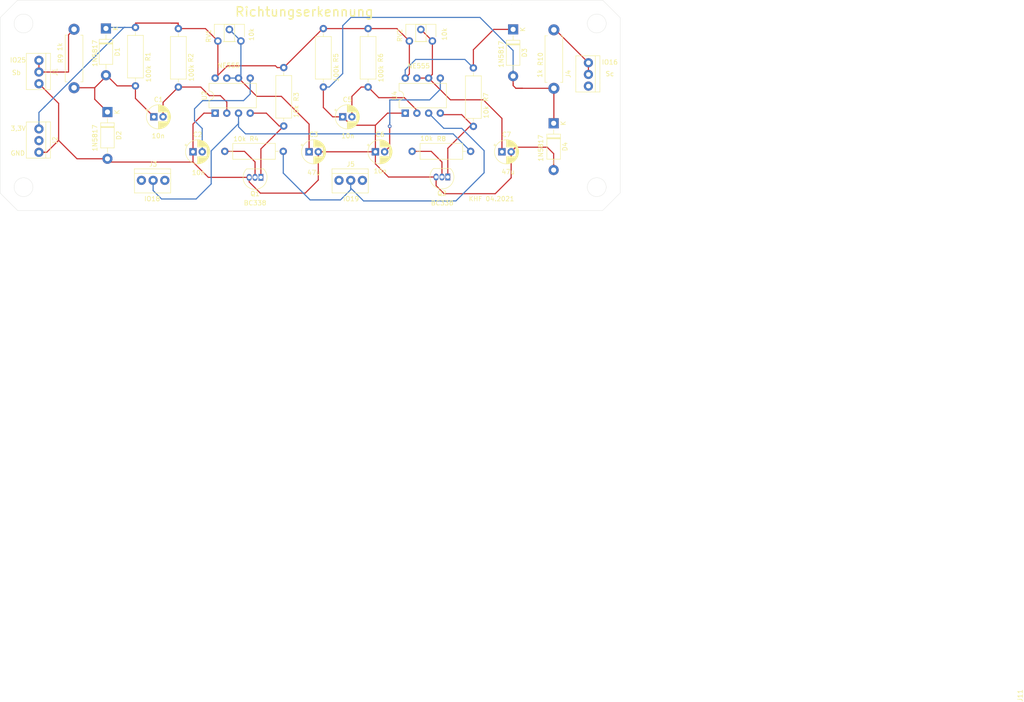
<source format=kicad_pcb>
(kicad_pcb (version 20221018) (generator pcbnew)
  (layers (0 "F.Cu" signal) (31 "B.Cu" signal) (34 "B.Paste" user) (35 "F.Paste" user) (36 "B.SilkS" user "B.Silkscreen") (37 "F.SilkS" user "F.Silkscreen") (38 "B.Mask" user) (39 "F.Mask" user) (44 "Edge.Cuts" user))
  (net 0 "")
  (net 1 "Net-(C1-Pad1)")
  (net 2 "Net-(C1-Pad2)")
  (net 3 "Net-(C2-Pad2)")
  (net 4 "Net-(C3-Pad1)")
  (net 5 "Net-(C5-Pad2)")
  (net 6 "Net-(C6-Pad2)")
  (net 7 "Net-(C7-Pad1)")
  (net 8 "Net-(J2-Pad2)")
  (net 9 "Net-(J3-Pad2)")
  (net 10 "Net-(J3-Pad1)")
  (net 11 "Net-(Q1-Pad1)")
  (net 12 "Net-(Q2-Pad1)")
  (net 13 "Net-(Q1-Pad2)")
  (net 14 "Net-(Q2-Pad2)")
  (net 15 "Net-(C2-Pad1)")
  (net 16 "Net-(J3-Pad3)")
  (net 17 "Net-(J5-Pad3)")
  (net 18 "Net-(J5-Pad2)")
  (net 19 "Net-(J5-Pad1)")
  (net 20 "Net-(D1-Pad1)")
  (net 21 "Net-(J1-Pad1)")
  (net 22 "Net-(J4-Pad1)")
  (footprint "Capacitor_THT:CP_Radial_D5.0mm_P2.00mm" (layer "F.Cu") (at 41 66)
    (fp_text reference "C1" (at 1 -3.75) (layer "F.SilkS"))
    (fp_text value "10nF")
    (pad "1" thru_hole rect (at 0 0) (size 1.6 1.6) (drill 0.8) (layers "*.Cu" "*.Mask") (net 1 "Net-(C1-Pad1)"))
    (pad "2" thru_hole circle (at 2 0) (size 1.6 1.6) (drill 0.8) (layers "*.Cu" "*.Mask") (net 2 "Net-(C1-Pad2)"))
  )
  (footprint "Capacitor_THT:CP_Radial_D5.0mm_P2.00mm" (layer "F.Cu") (at 49.5 73.6)
    (fp_text reference "C2" (at 1 -3.75) (layer "F.SilkS"))
    (fp_text value "10nF")
    (pad "1" thru_hole rect (at 0 0) (size 1.6 1.6) (drill 0.8) (layers "*.Cu" "*.Mask") (net 15 "Net-(C2-Pad1)"))
    (pad "2" thru_hole circle (at 2 0) (size 1.6 1.6) (drill 0.8) (layers "*.Cu" "*.Mask") (net 3 "Net-(C2-Pad2)"))
  )
  (footprint "Capacitor_THT:CP_Radial_D5.0mm_P2.00mm" (layer "F.Cu") (at 74.7 73.6)
    (fp_text reference "C3" (at 1 -3.75) (layer "F.SilkS"))
    (fp_text value "CP")
    (pad "1" thru_hole rect (at 0 0) (size 1.6 1.6) (drill 0.8) (layers "*.Cu" "*.Mask") (net 4 "Net-(C3-Pad1)"))
    (pad "2" thru_hole circle (at 2 0) (size 1.6 1.6) (drill 0.8) (layers "*.Cu" "*.Mask") (net 15 "Net-(C2-Pad1)"))
  )
  (footprint "Capacitor_THT:CP_Radial_D5.0mm_P2.00mm" (layer "F.Cu") (at 82 66)
    (fp_text reference "C5" (at 1 -3.75) (layer "F.SilkS"))
    (fp_text value "10nF")
    (pad "1" thru_hole rect (at 0 0) (size 1.6 1.6) (drill 0.8) (layers "*.Cu" "*.Mask") (net 15 "Net-(C2-Pad1)"))
    (pad "2" thru_hole circle (at 2 0) (size 1.6 1.6) (drill 0.8) (layers "*.Cu" "*.Mask") (net 5 "Net-(C5-Pad2)"))
  )
  (footprint "Capacitor_THT:CP_Radial_D5.0mm_P2.00mm" (layer "F.Cu") (at 89.1 73.6)
    (fp_text reference "C6" (at 1 -3.75) (layer "F.SilkS"))
    (fp_text value "10nF")
    (pad "1" thru_hole rect (at 0 0) (size 1.6 1.6) (drill 0.8) (layers "*.Cu" "*.Mask") (net 15 "Net-(C2-Pad1)"))
    (pad "2" thru_hole circle (at 2 0) (size 1.6 1.6) (drill 0.8) (layers "*.Cu" "*.Mask") (net 6 "Net-(C6-Pad2)"))
  )
  (footprint "Capacitor_THT:CP_Radial_D5.0mm_P2.00mm" (layer "F.Cu") (at 116.575 73.6)
    (fp_text reference "C7" (at 1 -3.75) (layer "F.SilkS"))
    (fp_text value "CP")
    (pad "1" thru_hole rect (at 0 0) (size 1.6 1.6) (drill 0.8) (layers "*.Cu" "*.Mask") (net 7 "Net-(C7-Pad1)"))
    (pad "2" thru_hole circle (at 2 0) (size 1.6 1.6) (drill 0.8) (layers "*.Cu" "*.Mask") (net 15 "Net-(C2-Pad1)"))
  )
  (footprint "!Goody:PL-Stecker3pol" (layer "F.Cu") (at 38.3 79.8)
    (fp_text reference "J3" (at 2.54 -3.5) (layer "F.SilkS"))
    (fp_text value "PL-Stecker_3pol_ohne_Beschriftung" hide)
    (pad "1" thru_hole circle (at 0 0) (size 2 2) (drill 1) (layers "*.Cu" "*.Mask") (net 10 "Net-(J3-Pad1)"))
    (pad "2" thru_hole circle (at 2.54 0) (size 2 2) (drill 1) (layers "*.Cu" "*.Mask") (net 9 "Net-(J3-Pad2)"))
    (pad "3" thru_hole circle (at 5.08 0) (size 2 2) (drill 1) (layers "*.Cu" "*.Mask") (net 16 "Net-(J3-Pad3)"))
  )
  (footprint "!Goody:PL-Stecker3pol" (layer "F.Cu") (at 135.35 54.245 -90)
    (fp_text reference "J4" (at 2.425 4.375 90) (layer "F.SilkS"))
    (fp_text value "PL-Stecker_3pol_ohne_Beschriftung" hide)
    (pad "1" thru_hole circle (at 0 0 270) (size 2 2) (drill 1) (layers "*.Cu" "*.Mask") (net 22 "Net-(J4-Pad1)"))
    (pad "2" thru_hole circle (at 2.54 0 270) (size 2 2) (drill 1) (layers "*.Cu" "*.Mask") (net 22 "Net-(J4-Pad1)"))
    (pad "3" thru_hole circle (at 5.08 0 270) (size 2 2) (drill 1) (layers "*.Cu" "*.Mask"))
  )
  (footprint "!Goody:PL-Stecker3pol" (layer "F.Cu") (at 81.2 79.8)
    (fp_text reference "J5" (at 2.54 -3.5) (layer "F.SilkS"))
    (fp_text value "PL-Stecker_3pol_ohne_Beschriftung" hide)
    (pad "1" thru_hole circle (at 0 0) (size 2 2) (drill 1) (layers "*.Cu" "*.Mask") (net 19 "Net-(J5-Pad1)"))
    (pad "2" thru_hole circle (at 2.54 0) (size 2 2) (drill 1) (layers "*.Cu" "*.Mask") (net 18 "Net-(J5-Pad2)"))
    (pad "3" thru_hole circle (at 5.08 0) (size 2 2) (drill 1) (layers "*.Cu" "*.Mask") (net 17 "Net-(J5-Pad3)"))
  )
  (footprint "Package_TO_SOT_THT:TO-92_Inline" (layer "F.Cu") (at 64.24 79.15 180)
    (fp_text reference "Q1" (at 1.27 -3.56) (layer "F.SilkS"))
    (fp_text value "BC338")
    (pad "1" thru_hole rect (at 0 0 180) (size 1.05 1.5) (drill 0.75) (layers "*.Cu" "*.Mask") (net 11 "Net-(Q1-Pad1)"))
    (pad "2" thru_hole oval (at 1.27 0 180) (size 1.05 1.5) (drill 0.75) (layers "*.Cu" "*.Mask") (net 13 "Net-(Q1-Pad2)"))
    (pad "3" thru_hole oval (at 2.54 0 180) (size 1.05 1.5) (drill 0.75) (layers "*.Cu" "*.Mask") (net 15 "Net-(C2-Pad1)"))
  )
  (footprint "Package_TO_SOT_THT:TO-92_Inline" (layer "F.Cu") (at 104.82 79.075 180)
    (fp_text reference "Q2" (at 1.27 -3.56) (layer "F.SilkS"))
    (fp_text value "BC338")
    (pad "1" thru_hole rect (at 0 0 180) (size 1.05 1.5) (drill 0.75) (layers "*.Cu" "*.Mask") (net 12 "Net-(Q2-Pad1)"))
    (pad "2" thru_hole oval (at 1.27 0 180) (size 1.05 1.5) (drill 0.75) (layers "*.Cu" "*.Mask") (net 14 "Net-(Q2-Pad2)"))
    (pad "3" thru_hole oval (at 2.54 0 180) (size 1.05 1.5) (drill 0.75) (layers "*.Cu" "*.Mask") (net 15 "Net-(C2-Pad1)"))
  )
  (footprint "Resistor_THT:R_Axial_DIN0309_L9.0mm_D3.2mm_P12.70mm_Horizontal" (layer "F.Cu") (at 37 46.575 -90)
    (fp_text reference "R1" (at 6.35 -2.72 90) (layer "F.SilkS"))
    (fp_text value "100k")
    (pad "1" thru_hole circle (at 0 0 270) (size 1.6 1.6) (drill 0.8) (layers "*.Cu" "*.Mask") (net 20 "Net-(D1-Pad1)"))
    (pad "2" thru_hole oval (at 12.7 0 270) (size 1.6 1.6) (drill 0.8) (layers "*.Cu" "*.Mask") (net 1 "Net-(C1-Pad1)"))
  )
  (footprint "Resistor_THT:R_Axial_DIN0309_L9.0mm_D3.2mm_P12.70mm_Horizontal" (layer "F.Cu") (at 46.325 46.825 -90)
    (fp_text reference "R2" (at 6.35 -2.72 90) (layer "F.SilkS"))
    (fp_text value "100k")
    (pad "1" thru_hole circle (at 0 0 270) (size 1.6 1.6) (drill 0.8) (layers "*.Cu" "*.Mask") (net 20 "Net-(D1-Pad1)"))
    (pad "2" thru_hole oval (at 12.7 0 270) (size 1.6 1.6) (drill 0.8) (layers "*.Cu" "*.Mask") (net 2 "Net-(C1-Pad2)"))
  )
  (footprint "Resistor_THT:R_Axial_DIN0309_L9.0mm_D3.2mm_P12.70mm_Horizontal" (layer "F.Cu") (at 69.2 55.3 -90)
    (fp_text reference "R3" (at 6.35 -2.72 90) (layer "F.SilkS"))
    (fp_text value "10k")
    (pad "1" thru_hole circle (at 0 0 270) (size 1.6 1.6) (drill 0.8) (layers "*.Cu" "*.Mask") (net 20 "Net-(D1-Pad1)"))
    (pad "2" thru_hole oval (at 12.7 0 270) (size 1.6 1.6) (drill 0.8) (layers "*.Cu" "*.Mask") (net 11 "Net-(Q1-Pad1)"))
  )
  (footprint "Resistor_THT:R_Axial_DIN0309_L9.0mm_D3.2mm_P12.70mm_Horizontal" (layer "F.Cu") (at 56.4 73.5)
    (fp_text reference "R4" (at 6.35 -2.72) (layer "F.SilkS"))
    (fp_text value "R")
    (pad "1" thru_hole circle (at 0 0) (size 1.6 1.6) (drill 0.8) (layers "*.Cu" "*.Mask") (net 13 "Net-(Q1-Pad2)"))
    (pad "2" thru_hole oval (at 12.7 0) (size 1.6 1.6) (drill 0.8) (layers "*.Cu" "*.Mask") (net 18 "Net-(J5-Pad2)"))
  )
  (footprint "Resistor_THT:R_Axial_DIN0309_L9.0mm_D3.2mm_P12.70mm_Horizontal" (layer "F.Cu") (at 77.8 46.825 -90)
    (fp_text reference "R5" (at 6.35 -2.72 90) (layer "F.SilkS"))
    (fp_text value "100k")
    (pad "1" thru_hole circle (at 0 0 270) (size 1.6 1.6) (drill 0.8) (layers "*.Cu" "*.Mask") (net 20 "Net-(D1-Pad1)"))
    (pad "2" thru_hole oval (at 12.7 0 270) (size 1.6 1.6) (drill 0.8) (layers "*.Cu" "*.Mask") (net 15 "Net-(C2-Pad1)"))
  )
  (footprint "Resistor_THT:R_Axial_DIN0309_L9.0mm_D3.2mm_P12.70mm_Horizontal" (layer "F.Cu") (at 87.5125 46.825 -90)
    (fp_text reference "R6" (at 6.35 -2.72 90) (layer "F.SilkS"))
    (fp_text value "100k")
    (pad "1" thru_hole circle (at 0 0 270) (size 1.6 1.6) (drill 0.8) (layers "*.Cu" "*.Mask") (net 20 "Net-(D1-Pad1)"))
    (pad "2" thru_hole oval (at 12.7 0 270) (size 1.6 1.6) (drill 0.8) (layers "*.Cu" "*.Mask") (net 5 "Net-(C5-Pad2)"))
  )
  (footprint "Resistor_THT:R_Axial_DIN0309_L9.0mm_D3.2mm_P12.70mm_Horizontal" (layer "F.Cu") (at 110.375 55.375 -90)
    (fp_text reference "R7" (at 6.35 -2.72 90) (layer "F.SilkS"))
    (fp_text value "10k")
    (pad "1" thru_hole circle (at 0 0 270) (size 1.6 1.6) (drill 0.8) (layers "*.Cu" "*.Mask") (net 20 "Net-(D1-Pad1)"))
    (pad "2" thru_hole oval (at 12.7 0 270) (size 1.6 1.6) (drill 0.8) (layers "*.Cu" "*.Mask") (net 12 "Net-(Q2-Pad1)"))
  )
  (footprint "Resistor_THT:R_Axial_DIN0309_L9.0mm_D3.2mm_P12.70mm_Horizontal" (layer "F.Cu") (at 97.075 73.5)
    (fp_text reference "R8" (at 6.35 -2.72) (layer "F.SilkS"))
    (fp_text value "R")
    (pad "1" thru_hole circle (at 0 0) (size 1.6 1.6) (drill 0.8) (layers "*.Cu" "*.Mask") (net 14 "Net-(Q2-Pad2)"))
    (pad "2" thru_hole oval (at 12.7 0) (size 1.6 1.6) (drill 0.8) (layers "*.Cu" "*.Mask") (net 9 "Net-(J3-Pad2)"))
  )
  (footprint "Potentiometer_THT:Potentiometer_Piher_PT-6-H_Horizontal" (layer "F.Cu") (at 54.9 49.525 90)
    (fp_text reference "RV1" (at 1.075 -2 90) (layer "F.SilkS"))
    (fp_text value "10k")
    (pad "1" thru_hole circle (at 0 0 90) (size 1.62 1.62) (drill 0.9) (layers "*.Cu" "*.Mask") (net 20 "Net-(D1-Pad1)"))
    (pad "2" thru_hole circle (at 2.5 2.5 90) (size 1.62 1.62) (drill 0.9) (layers "*.Cu" "*.Mask") (net 4 "Net-(C3-Pad1)"))
    (pad "3" thru_hole circle (at 0 5 90) (size 1.62 1.62) (drill 0.9) (layers "*.Cu" "*.Mask") (net 4 "Net-(C3-Pad1)"))
  )
  (footprint "Potentiometer_THT:Potentiometer_Piher_PT-6-H_Horizontal" (layer "F.Cu") (at 96.475 49.525 90)
    (fp_text reference "RV2" (at 1.225 -2.075 90) (layer "F.SilkS"))
    (fp_text value "100k")
    (pad "1" thru_hole circle (at 0 0 90) (size 1.62 1.62) (drill 0.9) (layers "*.Cu" "*.Mask") (net 20 "Net-(D1-Pad1)"))
    (pad "2" thru_hole circle (at 2.5 2.5 90) (size 1.62 1.62) (drill 0.9) (layers "*.Cu" "*.Mask") (net 7 "Net-(C7-Pad1)"))
    (pad "3" thru_hole circle (at 0 5 90) (size 1.62 1.62) (drill 0.9) (layers "*.Cu" "*.Mask") (net 7 "Net-(C7-Pad1)"))
  )
  (footprint "Package_DIP:DIP-8_W7.62mm" (layer "F.Cu") (at 54.3 65.2 90)
    (fp_text reference "U2" (at 3.81 -2.33 90) (layer "F.SilkS"))
    (fp_text value "NE555D")
    (pad "1" thru_hole rect (at 0 0 90) (size 1.6 1.6) (drill 0.8) (layers "*.Cu" "*.Mask") (net 15 "Net-(C2-Pad1)"))
    (pad "2" thru_hole oval (at 0 2.54 90) (size 1.6 1.6) (drill 0.8) (layers "*.Cu" "*.Mask") (net 2 "Net-(C1-Pad2)"))
    (pad "3" thru_hole oval (at 0 5.08 90) (size 1.6 1.6) (drill 0.8) (layers "*.Cu" "*.Mask") (net 9 "Net-(J3-Pad2)"))
    (pad "4" thru_hole oval (at 0 7.62 90) (size 1.6 1.6) (drill 0.8) (layers "*.Cu" "*.Mask") (net 11 "Net-(Q1-Pad1)"))
    (pad "5" thru_hole oval (at 7.62 7.62 90) (size 1.6 1.6) (drill 0.8) (layers "*.Cu" "*.Mask") (net 3 "Net-(C2-Pad2)"))
    (pad "6" thru_hole oval (at 7.62 5.08 90) (size 1.6 1.6) (drill 0.8) (layers "*.Cu" "*.Mask") (net 4 "Net-(C3-Pad1)"))
    (pad "7" thru_hole oval (at 7.62 2.54 90) (size 1.6 1.6) (drill 0.8) (layers "*.Cu" "*.Mask") (net 4 "Net-(C3-Pad1)"))
    (pad "8" thru_hole oval (at 7.62 0 90) (size 1.6 1.6) (drill 0.8) (layers "*.Cu" "*.Mask") (net 20 "Net-(D1-Pad1)"))
  )
  (footprint "Package_DIP:DIP-8_W7.62mm" (layer "F.Cu") (at 95.575 65.2 90)
    (fp_text reference "U4" (at 3.81 -2.33 90) (layer "F.SilkS"))
    (fp_text value "NE555D")
    (pad "1" thru_hole rect (at 0 0 90) (size 1.6 1.6) (drill 0.8) (layers "*.Cu" "*.Mask") (net 15 "Net-(C2-Pad1)"))
    (pad "2" thru_hole oval (at 0 2.54 90) (size 1.6 1.6) (drill 0.8) (layers "*.Cu" "*.Mask") (net 5 "Net-(C5-Pad2)"))
    (pad "3" thru_hole oval (at 0 5.08 90) (size 1.6 1.6) (drill 0.8) (layers "*.Cu" "*.Mask") (net 18 "Net-(J5-Pad2)"))
    (pad "4" thru_hole oval (at 0 7.62 90) (size 1.6 1.6) (drill 0.8) (layers "*.Cu" "*.Mask") (net 12 "Net-(Q2-Pad1)"))
    (pad "5" thru_hole oval (at 7.62 7.62 90) (size 1.6 1.6) (drill 0.8) (layers "*.Cu" "*.Mask") (net 6 "Net-(C6-Pad2)"))
    (pad "6" thru_hole oval (at 7.62 5.08 90) (size 1.6 1.6) (drill 0.8) (layers "*.Cu" "*.Mask") (net 7 "Net-(C7-Pad1)"))
    (pad "7" thru_hole oval (at 7.62 2.54 90) (size 1.6 1.6) (drill 0.8) (layers "*.Cu" "*.Mask") (net 7 "Net-(C7-Pad1)"))
    (pad "8" thru_hole oval (at 7.62 0 90) (size 1.6 1.6) (drill 0.8) (layers "*.Cu" "*.Mask") (net 20 "Net-(D1-Pad1)"))
  )
  (footprint "Diode_THT:D_DO-41_SOD81_P10.16mm_Horizontal" (layer "F.Cu") (at 30.925 64.95 -90)
    (fp_text reference "D2" (at 5.08 -2.47 90) (layer "F.SilkS"))
    (fp_text value "1N5817")
    (fp_text user "K" (at 0 -2.1 90) (layer "F.SilkS"))
    (pad "1" thru_hole rect (at 0 0 270) (size 2.2 2.2) (drill 1.1) (layers "*.Cu" "*.Mask") (net 1 "Net-(C1-Pad1)"))
    (pad "2" thru_hole oval (at 10.16 0 270) (size 2.2 2.2) (drill 1.1) (layers "*.Cu" "*.Mask") (net 15 "Net-(C2-Pad1)"))
  )
  (footprint "Diode_THT:D_DO-41_SOD81_P10.16mm_Horizontal" (layer "F.Cu") (at 119 47 -90)
    (fp_text reference "D3" (at 5.08 -2.47 90) (layer "F.SilkS"))
    (fp_text value "1N5817")
    (fp_text user "K" (at 0 -2.1 90) (layer "F.SilkS"))
    (pad "1" thru_hole rect (at 0 0 270) (size 2.2 2.2) (drill 1.1) (layers "*.Cu" "*.Mask") (net 20 "Net-(D1-Pad1)"))
    (pad "2" thru_hole oval (at 10.16 0 270) (size 2.2 2.2) (drill 1.1) (layers "*.Cu" "*.Mask") (net 15 "Net-(C2-Pad1)"))
  )
  (footprint "Diode_THT:D_DO-41_SOD81_P10.16mm_Horizontal" (layer "F.Cu") (at 127.8 67.4 -90)
    (fp_text reference "D4" (at 5.08 -2.47 90) (layer "F.SilkS"))
    (fp_text value "1N5817")
    (fp_text user "K" (at 0 -2.1 90) (layer "F.SilkS"))
    (pad "1" thru_hole rect (at 0 0 270) (size 2.2 2.2) (drill 1.1) (layers "*.Cu" "*.Mask") (net 15 "Net-(C2-Pad1)"))
    (pad "2" thru_hole oval (at 10.16 0 270) (size 2.2 2.2) (drill 1.1) (layers "*.Cu" "*.Mask") (net 15 "Net-(C2-Pad1)"))
  )
  (footprint "Resistor_THT:R_Axial_DIN0411_L9.9mm_D3.6mm_P12.70mm_Horizontal" (layer "F.Cu") (at 23.675 59.675 90)
    (fp_text reference "R9" (at 6.35 -2.92 90) (layer "F.SilkS"))
    (fp_text value "1k")
    (pad "1" thru_hole circle (at 0 0 90) (size 2.4 2.4) (drill 1.2) (layers "*.Cu" "*.Mask") (net 1 "Net-(C1-Pad1)"))
    (pad "2" thru_hole oval (at 12.7 0 90) (size 2.4 2.4) (drill 1.2) (layers "*.Cu" "*.Mask") (net 21 "Net-(J1-Pad1)"))
  )
  (footprint "Resistor_THT:R_Axial_DIN0411_L9.9mm_D3.6mm_P12.70mm_Horizontal" (layer "F.Cu") (at 127.85 59.8 90)
    (fp_text reference "R10" (at 6.35 -2.92 90) (layer "F.SilkS"))
    (fp_text value "1k")
    (pad "1" thru_hole circle (at 0 0 90) (size 2.4 2.4) (drill 1.2) (layers "*.Cu" "*.Mask") (net 15 "Net-(C2-Pad1)"))
    (pad "2" thru_hole oval (at 12.7 0 90) (size 2.4 2.4) (drill 1.2) (layers "*.Cu" "*.Mask") (net 22 "Net-(J4-Pad1)"))
  )
  (footprint "!Goody:PL-Stecker3pol" (layer "F.Cu") (at 16.05 53.725 -90)
    (fp_text reference "J1" (at 2.54 -3.5 90) (layer "F.SilkS"))
    (fp_text value "PL-Stecker_3pol_ohne_Beschriftung" hide)
    (pad "1" thru_hole circle (at 0 0 270) (size 2 2) (drill 1) (layers "*.Cu" "*.Mask") (net 21 "Net-(J1-Pad1)"))
    (pad "2" thru_hole circle (at 2.54 0 270) (size 2 2) (drill 1) (layers "*.Cu" "*.Mask") (net 21 "Net-(J1-Pad1)"))
    (pad "3" thru_hole circle (at 5.08 0 270) (size 2 2) (drill 1) (layers "*.Cu" "*.Mask") (net 15 "Net-(C2-Pad1)"))
  )
  (footprint "!Goody:PL-Stecker3pol" (layer "F.Cu") (at 16.05 68.625 -90)
    (fp_text reference "J2" (at 2.54 -3.5 90) (layer "F.SilkS"))
    (fp_text value "PL-Stecker_3pol_ohne_Beschriftung" hide)
    (pad "1" thru_hole circle (at 0 0 270) (size 2 2) (drill 1) (layers "*.Cu" "*.Mask") (net 20 "Net-(D1-Pad1)"))
    (pad "2" thru_hole circle (at 2.54 0 270) (size 2 2) (drill 1) (layers "*.Cu" "*.Mask") (net 8 "Net-(J2-Pad2)"))
    (pad "3" thru_hole circle (at 5.08 0 270) (size 2 2) (drill 1) (layers "*.Cu" "*.Mask") (net 15 "Net-(C2-Pad1)"))
  )
  (footprint "Diode_THT:D_DO-41_SOD81_P10.16mm_Horizontal" (layer "F.Cu") (at 30.6 46.8 -90)
    (fp_text reference "D1" (at 5.08 -2.47 90) (layer "F.SilkS"))
    (fp_text value "1N5817")
    (fp_text user "K" (at 0 -2.1 90) (layer "F.SilkS"))
    (pad "1" thru_hole rect (at 0 0 270) (size 2.2 2.2) (drill 1.1) (layers "*.Cu" "*.Mask") (net 20 "Net-(D1-Pad1)"))
    (pad "2" thru_hole oval (at 10.16 0 270) (size 2.2 2.2) (drill 1.1) (layers "*.Cu" "*.Mask") (net 1 "Net-(C1-Pad1)"))
  )
  (footprint "" (layer "F.Cu") (at 128.98628 95.25254)
    (fp_text reference "" (at 99.92614 96.68002) (layer "F.SilkS") (effects (font (size 1.27 1.27))))
    (fp_text value "" (at 99.92614 96.68002) (layer "F.SilkS") (effects (font (size 1.27 1.27))))
    (fp_text user "J11" (at 100.11156 96.48444 90) (layer "F.SilkS"))
  )
  (gr_circle (center 12.7 45.72) (end 14.732 45.466) (stroke (width 0.05)) (fill none) (layer "Edge.Cuts"))
  (gr_line (start 7.62 44.45) (end 11.43 40.64) (stroke (width 0.05)) (layer "Edge.Cuts"))
  (gr_line (start 118.618 41.656) (end 118.618 41.656) (stroke (width 0.05)) (layer "Edge.Cuts"))
  (gr_line (start 11.43 40.64) (end 138.43 40.64) (stroke (width 0.05)) (layer "Edge.Cuts"))
  (gr_line (start 11.43 86.36) (end 7.62 82.55) (stroke (width 0.05)) (layer "Edge.Cuts"))
  (gr_line (start 138.43 40.64) (end 142.24 44.45) (stroke (width 0.05)) (layer "Edge.Cuts"))
  (gr_line (start 142.24 82.55) (end 138.43 86.36) (stroke (width 0.05)) (layer "Edge.Cuts"))
  (gr_line (start 7.62 82.55) (end 7.62 44.45) (stroke (width 0.05)) (layer "Edge.Cuts"))
  (gr_line (start 142.24 44.45) (end 142.24 82.55) (stroke (width 0.05)) (layer "Edge.Cuts"))
  (gr_circle (center 137.16 81.28) (end 139.192 81.026) (stroke (width 0.05)) (fill none) (layer "Edge.Cuts"))
  (gr_line (start 138.43 86.36) (end 11.43 86.36) (stroke (width 0.05)) (layer "Edge.Cuts"))
  (gr_circle (center 12.7 81.28) (end 14.732 81.026) (stroke (width 0.05)) (fill none) (layer "Edge.Cuts"))
  (gr_circle (center 137.16 45.72) (end 139.192 45.466) (stroke (width 0.05)) (fill none) (layer "Edge.Cuts"))
  (gr_text "1N5817" (at 116.4 52.4 90) (layer "F.SilkS") (effects (font (size 1 1))))
  (gr_text "IO25" (at 11.5 53.675) (layer "F.SilkS") (effects (font (size 1 1))))
  (gr_text "47u" (at 117.925 77.95) (layer "F.SilkS") (effects (font (size 1 1))))
  (gr_text "10n" (at 50.675 78.125) (layer "F.SilkS") (effects (font (size 1 1))))
  (gr_text "10k" (at 62.2 48.125 90) (layer "F.SilkS") (effects (font (size 1 1))))
  (gr_text "1k" (at 20.6 50.8 90) (layer "F.SilkS") (effects (font (size 1 1))))
  (gr_text "IO18" (at 40.64 83.82) (layer "F.SilkS") (effects (font (size 1 1))))
  (gr_text "1N5817" (at 28.2 70.6 90) (layer "F.SilkS") (effects (font (size 1 1))))
  (gr_text "1N5817" (at 28.2 52.2 90) (layer "F.SilkS") (effects (font (size 1 1))))
  (gr_text "100k" (at 90.3 56.65 90) (layer "F.SilkS") (effects (font (size 1 1))))
  (gr_text "10k" (at 100.2 70.7) (layer "F.SilkS") (effects (font (size 1 1))))
  (gr_text "Sc" (at 140 56.65) (layer "F.SilkS") (effects (font (size 1 1))))
  (gr_text "10k" (at 59.625 70.8) (layer "F.SilkS") (effects (font (size 1 1))))
  (gr_text "1k" (at 124.8 56.6 90) (layer "F.SilkS") (effects (font (size 1 1))))
  (gr_text "IO16" (at 140 54.125) (layer "F.SilkS") (effects (font (size 1 1))))
  (gr_text "100k" (at 39.85 56.65 90) (layer "F.SilkS") (effects (font (size 1 1))))
  (gr_text "NE555" (at 57.25 54.85) (layer "F.SilkS") (effects (font (size 1 1))))
  (gr_text "10k" (at 104.1 48.05 90) (layer "F.SilkS") (effects (font (size 1 1))))
  (gr_text "10k" (at 113.15 65 90) (layer "F.SilkS") (effects (font (size 1 1))))
  (gr_text "100k" (at 80.6 56.55 90) (layer "F.SilkS") (effects (font (size 1 1))))
  (gr_text "100k" (at 49.15 56.475 90) (layer "F.SilkS") (effects (font (size 1 1))))
  (gr_text "3,3V" (at 11.55 68.525) (layer "F.SilkS") (effects (font (size 1 1))))
  (gr_text "10n" (at 83.125 70.15) (layer "F.SilkS") (effects (font (size 1 1))))
  (gr_text "Richtungserkennung" (at 73.66 43.18) (layer "F.SilkS") (effects (font (size 2 2) (thickness 0.3))))
  (gr_text "10k" (at 71.9 64.825 90) (layer "F.SilkS") (effects (font (size 1 1))))
  (gr_text "BC338" (at 103.6 84.725) (layer "F.SilkS") (effects (font (size 1 1))))
  (gr_text "IO19" (at 83.82 83.82) (layer "F.SilkS") (effects (font (size 1 1))))
  (gr_text "10n" (at 90.15 77.775) (layer "F.SilkS") (effects (font (size 1 1))))
  (gr_text "47u" (at 75.725 78.125) (layer "F.SilkS") (effects (font (size 1 1))))
  (gr_text "1N5817" (at 125 72.8 90) (layer "F.SilkS") (effects (font (size 1 1))))
  (gr_text "Sb" (at 11.15 56.4) (layer "F.SilkS") (effects (font (size 1 1))))
  (gr_text "BC338" (at 62.975 84.725) (layer "F.SilkS") (effects (font (size 1 1))))
  (gr_text "GND" (at 11.45 73.9) (layer "F.SilkS") (effects (font (size 1 1))))
  (gr_text "KHF 04.2021" (at 114.3 83.82) (layer "F.SilkS") (effects (font (size 1 1))))
  (gr_text "NE555" (at 98.5 54.95) (layer "F.SilkS") (effects (font (size 1 1))))
  (gr_text "10n" (at 41.95 70.15) (layer "F.SilkS") (effects (font (size 1 1))))
  (segment (start 28.16 59.675) (end 28.16 62.185) (width 0.25) (layer "F.Cu") (net 1))
  (segment (start 28.16 59.675) (end 30.8 57.035) (width 0.25) (layer "F.Cu") (net 1))
  (segment (start 37 59.275) (end 33.04 59.275) (width 0.25) (layer "F.Cu") (net 1))
  (segment (start 23.675 59.675) (end 28.16 59.675) (width 0.25) (layer "F.Cu") (net 1))
  (segment (start 37 59.525) (end 37 62) (width 0.25) (layer "F.Cu") (net 1))
  (segment (start 28.16 62.185) (end 30.925 64.95) (width 0.25) (layer "F.Cu") (net 1))
  (segment (start 33.04 59.275) (end 30.8 57.035) (width 0.25) (layer "F.Cu") (net 1))
  (segment (start 37 62) (end 41 66) (width 0.25) (layer "F.Cu") (net 1))
  (segment (start 56.84 62.79) (end 56.84 65.2) (width 0.25) (layer "F.Cu") (net 2))
  (segment (start 55.45 61.4) (end 56.84 62.79) (width 0.25) (layer "F.Cu") (net 2))
  (segment (start 46.325 59.525) (end 51.175 59.525) (width 0.25) (layer "F.Cu") (net 2))
  (segment (start 43 62.85) (end 46.325 59.525) (width 0.25) (layer "F.Cu") (net 2))
  (segment (start 43 66) (end 43 62.85) (width 0.25) (layer "F.Cu") (net 2))
  (segment (start 53.05 61.4) (end 55.45 61.4) (width 0.25) (layer "F.Cu") (net 2))
  (segment (start 51.175 59.525) (end 53.05 61.4) (width 0.25) (layer "F.Cu") (net 2))
  (segment (start 49.825 64.25) (end 49.825 66.85) (width 0.25) (layer "B.Cu") (net 3))
  (segment (start 60.475 62.475) (end 51.6 62.475) (width 0.25) (layer "B.Cu") (net 3))
  (segment (start 61.92 57.58) (end 61.92 61.03) (width 0.25) (layer "B.Cu") (net 3))
  (segment (start 61.92 61.03) (end 60.475 62.475) (width 0.25) (layer "B.Cu") (net 3))
  (segment (start 51.6 62.475) (end 49.825 64.25) (width 0.25) (layer "B.Cu") (net 3))
  (segment (start 51.5 68.525) (end 51.5 73.6) (width 0.25) (layer "B.Cu") (net 3))
  (segment (start 49.825 66.85) (end 51.5 68.525) (width 0.25) (layer "B.Cu") (net 3))
  (segment (start 74.7 67.575) (end 68.675 61.55) (width 0.25) (layer "F.Cu") (net 4))
  (segment (start 68.675 61.55) (end 63.35 61.55) (width 0.25) (layer "F.Cu") (net 4))
  (segment (start 63.35 61.55) (end 59.38 57.58) (width 0.25) (layer "F.Cu") (net 4))
  (segment (start 74.7 73.6) (end 74.7 67.575) (width 0.25) (layer "F.Cu") (net 4))
  (segment (start 59.9 57.06) (end 59.38 57.58) (width 0.25) (layer "B.Cu") (net 4))
  (segment (start 56.84 57.58) (end 59.38 57.58) (width 0.25) (layer "B.Cu") (net 4))
  (segment (start 57.4 47.025) (end 59.9 49.525) (width 0.25) (layer "B.Cu") (net 4))
  (segment (start 59.9 49.525) (end 59.9 57.06) (width 0.25) (layer "B.Cu") (net 4))
  (segment (start 84 61.55) (end 86.025 59.525) (width 0.25) (layer "F.Cu") (net 5))
  (segment (start 98.115 64.565) (end 98.115 65.2) (width 0.25) (layer "F.Cu") (net 5))
  (segment (start 86.025 59.525) (end 87.5125 59.525) (width 0.25) (layer "F.Cu") (net 5))
  (segment (start 84 66) (end 84 61.55) (width 0.25) (layer "F.Cu") (net 5))
  (segment (start 87.5125 59.525) (end 89.825 61.8375) (width 0.25) (layer "F.Cu") (net 5))
  (segment (start 95.3875 61.8375) (end 98.115 64.565) (width 0.25) (layer "F.Cu") (net 5))
  (segment (start 89.825 61.8375) (end 95.3875 61.8375) (width 0.25) (layer "F.Cu") (net 5))
  (segment (start 92.2 68.05) (end 92.2 72.5) (width 0.25) (layer "F.Cu") (net 6))
  (segment (start 92.2 72.5) (end 91.1 73.6) (width 0.25) (layer "F.Cu") (net 6))
  (via (at 92.2 68.05) (size 0.8) (drill 0.4) (layers "F.Cu" "B.Cu") (net 6))
  (segment (start 92.2 67.406392) (end 92.2 68.05) (width 0.25) (layer "B.Cu") (net 6))
  (segment (start 103.195 57.58) (end 103.195 60.005) (width 0.25) (layer "B.Cu") (net 6))
  (segment (start 103.195 60.005) (end 100.875 62.325) (width 0.25) (layer "B.Cu") (net 6))
  (segment (start 92.225 62.325) (end 92.225 67.381392) (width 0.25) (layer "B.Cu") (net 6))
  (segment (start 92.225 67.381392) (end 92.2 67.406392) (width 0.25) (layer "B.Cu") (net 6))
  (segment (start 100.875 62.325) (end 92.225 62.325) (width 0.25) (layer "B.Cu") (net 6))
  (segment (start 100.655 57.58) (end 98.115 57.58) (width 0.25) (layer "F.Cu") (net 7))
  (segment (start 112.525 62.3) (end 116.575 66.35) (width 0.25) (layer "F.Cu") (net 7))
  (segment (start 100.655 57.58) (end 105.375 62.3) (width 0.25) (layer "F.Cu") (net 7))
  (segment (start 105.375 62.3) (end 112.525 62.3) (width 0.25) (layer "F.Cu") (net 7))
  (segment (start 101.475 49.525) (end 101.475 56.76) (width 0.25) (layer "F.Cu") (net 7))
  (segment (start 98.975 47.025) (end 101.475 49.525) (width 0.25) (layer "F.Cu") (net 7))
  (segment (start 116.575 66.35) (end 116.575 73.6) (width 0.25) (layer "F.Cu") (net 7))
  (segment (start 101.475 56.76) (end 100.655 57.58) (width 0.25) (layer "F.Cu") (net 7))
  (segment (start 53.45 80.575) (end 50.175 83.85) (width 0.25) (layer "B.Cu") (net 9))
  (segment (start 105.975 69.7) (end 60.9 69.7) (width 0.25) (layer "B.Cu") (net 9))
  (segment (start 42.675 83.85) (end 40.84 82.015) (width 0.25) (layer "B.Cu") (net 9))
  (segment (start 59.38 67.12) (end 59.38 67.47) (width 0.25) (layer "B.Cu") (net 9))
  (segment (start 60.9 69.7) (end 59.38 68.18) (width 0.25) (layer "B.Cu") (net 9))
  (segment (start 59.38 68.18) (end 59.38 67.12) (width 0.25) (layer "B.Cu") (net 9))
  (segment (start 53.45 73.4) (end 53.45 80.575) (width 0.25) (layer "B.Cu") (net 9))
  (segment (start 59.38 65.2) (end 59.38 67.12) (width 0.25) (layer "B.Cu") (net 9))
  (segment (start 109.775 73.5) (end 105.975 69.7) (width 0.25) (layer "B.Cu") (net 9))
  (segment (start 50.175 83.85) (end 42.675 83.85) (width 0.25) (layer "B.Cu") (net 9))
  (segment (start 59.38 67.47) (end 53.45 73.4) (width 0.25) (layer "B.Cu") (net 9))
  (segment (start 40.84 82.015) (end 40.84 79.8) (width 0.25) (layer "B.Cu") (net 9))
  (segment (start 64.24 72.96) (end 64.24 79.15) (width 0.25) (layer "F.Cu") (net 11))
  (segment (start 68.225 68) (end 69.2 68) (width 0.25) (layer "F.Cu") (net 11))
  (segment (start 61.92 65.2) (end 65.425 65.2) (width 0.25) (layer "F.Cu") (net 11))
  (segment (start 65.425 65.2) (end 68.225 68) (width 0.25) (layer "F.Cu") (net 11))
  (segment (start 69.2 68) (end 64.24 72.96) (width 0.25) (layer "F.Cu") (net 11))
  (segment (start 103.52 65.525) (end 103.195 65.2) (width 0.25) (layer "F.Cu") (net 12))
  (segment (start 110.375 68.075) (end 107.825 65.525) (width 0.25) (layer "F.Cu") (net 12))
  (segment (start 104.82 79.075) (end 104.82 72.83) (width 0.25) (layer "F.Cu") (net 12))
  (segment (start 107.825 65.525) (end 103.52 65.525) (width 0.25) (layer "F.Cu") (net 12))
  (segment (start 109.575 68.075) (end 110.375 68.075) (width 0.25) (layer "F.Cu") (net 12))
  (segment (start 104.82 72.83) (end 109.575 68.075) (width 0.25) (layer "F.Cu") (net 12))
  (segment (start 62.97 79.15) (end 62.97 75.795) (width 0.25) (layer "F.Cu") (net 13))
  (segment (start 62.97 75.795) (end 60.675 73.5) (width 0.25) (layer "F.Cu") (net 13))
  (segment (start 60.675 73.5) (end 56.4 73.5) (width 0.25) (layer "F.Cu") (net 13))
  (segment (start 103.55 75.825) (end 101.225 73.5) (width 0.25) (layer "F.Cu") (net 14))
  (segment (start 103.55 79.075) (end 103.55 75.825) (width 0.25) (layer "F.Cu") (net 14))
  (segment (start 101.225 73.5) (end 97.075 73.5) (width 0.25) (layer "F.Cu") (net 14))
  (segment (start 17.345 73.705) (end 16.05 73.705) (width 0.25) (layer "F.Cu") (net 15))
  (segment (start 16.05 58.805) (end 18.95 61.705) (width 0.25) (layer "F.Cu") (net 15))
  (segment (start 118.575 73.6) (end 118.575 79.25) (width 0.25) (layer "F.Cu") (net 15))
  (segment (start 52.825 79.15) (end 61.7 79.15) (width 0.25) (layer "F.Cu") (net 15))
  (segment (start 49.5 75.825) (end 31.64 75.825) (width 0.25) (layer "F.Cu") (net 15))
  (segment (start 121 59.8) (end 119.565 59.8) (width 0.25) (layer "F.Cu") (net 15))
  (segment (start 127.8 74) (end 126.7 72.9) (width 0.25) (layer "F.Cu") (net 15))
  (segment (start 102.28 79.075) (end 91.95 79.075) (width 0.25) (layer "F.Cu") (net 15))
  (segment (start 89.1 67.825) (end 91.725 65.2) (width 0.25) (layer "F.Cu") (net 15))
  (segment (start 119.8 59.8) (end 121 59.8) (width 0.25) (layer "F.Cu") (net 15))
  (segment (start 89.1 73.6) (end 89.1 67.825) (width 0.25) (layer "F.Cu") (net 15))
  (segment (start 119 58.8) (end 119 59) (width 0.25) (layer "F.Cu") (net 15))
  (segment (start 126.4 72.6) (end 125.465 72.6) (width 0.25) (layer "F.Cu") (net 15))
  (segment (start 102.28 80.955) (end 102.28 79.075) (width 0.25) (layer "F.Cu") (net 15))
  (segment (start 127.85 59.8) (end 121 59.8) (width 0.25) (layer "F.Cu") (net 15))
  (segment (start 17.735 73.705) (end 20.32 71.12) (width 0.25) (layer "F.Cu") (net 15))
  (segment (start 119.175 73) (end 118.575 73.6) (width 0.25) (layer "F.Cu") (net 15))
  (segment (start 115.125 82.7) (end 104.025 82.7) (width 0.25) (layer "F.Cu") (net 15))
  (segment (start 119.565 59.765) (end 119 59.2) (width 0.25) (layer "F.Cu") (net 15))
  (segment (start 125.465 72.6) (end 119.575 72.6) (width 0.25) (layer "F.Cu") (net 15))
  (segment (start 31.64 75.825) (end 30.925 75.11) (width 0.25) (layer "F.Cu") (net 15))
  (segment (start 49.5 67.575) (end 51.875 65.2) (width 0.25) (layer "F.Cu") (net 15))
  (segment (start 119 59.2) (end 119 58.8) (width 0.25) (layer "F.Cu") (net 15))
  (segment (start 127.85 59.8) (end 127.85 67.35) (width 0.25) (layer "F.Cu") (net 15))
  (segment (start 91.725 65.2) (end 95.575 65.2) (width 0.25) (layer "F.Cu") (net 15))
  (segment (start 30.925 75.11) (end 24.31 75.11) (width 0.25) (layer "F.Cu") (net 15))
  (segment (start 20.32 71.12) (end 20.32 63.075) (width 0.25) (layer "F.Cu") (net 15))
  (segment (start 119 57.16) (end 119 58.8) (width 0.25) (layer "F.Cu") (net 15))
  (segment (start 82 66) (end 83.825 67.825) (width 0.25) (layer "F.Cu") (net 15))
  (segment (start 16.05 73.705) (end 17.735 73.705) (width 0.25) (layer "F.Cu") (net 15))
  (segment (start 127.85 67.35) (end 127.8 67.4) (width 0.25) (layer "F.Cu") (net 15))
  (segment (start 104.025 82.7) (end 102.28 80.955) (width 0.25) (layer "F.Cu") (net 15))
  (segment (start 89.1 76.225) (end 89.1 73.6) (width 0.25) (layer "F.Cu") (net 15))
  (segment (start 126.7 72.9) (end 126.4 72.6) (width 0.25) (layer "F.Cu") (net 15))
  (segment (start 51.875 65.2) (end 54.3 65.2) (width 0.25) (layer "F.Cu") (net 15))
  (segment (start 119.565 59.8) (end 119.565 59.765) (width 0.25) (layer "F.Cu") (net 15))
  (segment (start 119.575 72.6) (end 118.575 73.6) (width 0.25) (layer "F.Cu") (net 15))
  (segment (start 49.5 73.6) (end 49.5 67.575) (width 0.25) (layer "F.Cu") (net 15))
  (segment (start 77.8 59.525) (end 77.8 63.975) (width 0.25) (layer "F.Cu") (net 15))
  (segment (start 64.125 82.575) (end 61.7 80.15) (width 0.25) (layer "F.Cu") (net 15))
  (segment (start 79.825 66) (end 82 66) (width 0.25) (layer "F.Cu") (net 15))
  (segment (start 49.5 75.825) (end 52.825 79.15) (width 0.25) (layer "F.Cu") (net 15))
  (segment (start 49.5 73.6) (end 49.5 75.825) (width 0.25) (layer "F.Cu") (net 15))
  (segment (start 24.31 75.11) (end 20.32 71.12) (width 0.25) (layer "F.Cu") (net 15))
  (segment (start 91.95 79.075) (end 89.1 76.225) (width 0.25) (layer "F.Cu") (net 15))
  (segment (start 77.8 63.975) (end 79.825 66) (width 0.25) (layer "F.Cu") (net 15))
  (segment (start 76.7 73.6) (end 89.1 73.6) (width 0.25) (layer "F.Cu") (net 15))
  (segment (start 20.32 63.075) (end 18.95 61.705) (width 0.25) (layer "F.Cu") (net 15))
  (segment (start 61.7 80.15) (end 61.7 79.15) (width 0.25) (layer "F.Cu") (net 15))
  (segment (start 76.7 73.6) (end 76.7 79.725) (width 0.25) (layer "F.Cu") (net 15))
  (segment (start 127.8 77.56) (end 127.8 74) (width 0.25) (layer "F.Cu") (net 15))
  (segment (start 118.575 79.25) (end 115.125 82.7) (width 0.25) (layer "F.Cu") (net 15))
  (segment (start 73.85 82.575) (end 64.125 82.575) (width 0.25) (layer "F.Cu") (net 15))
  (segment (start 76.7 79.725) (end 73.85 82.575) (width 0.25) (layer "F.Cu") (net 15))
  (segment (start 83.825 67.825) (end 89.1 67.825) (width 0.25) (layer "F.Cu") (net 15))
  (segment (start 79.075 59.525) (end 77.8 59.525) (width 0.25) (layer "B.Cu") (net 15))
  (segment (start 119 51.6) (end 111.8 44.4) (width 0.25) (layer "B.Cu") (net 15))
  (segment (start 119 57.16) (end 119 51.6) (width 0.25) (layer "B.Cu") (net 15))
  (segment (start 83.8 44.4) (end 82 46.2) (width 0.25) (layer "B.Cu") (net 15))
  (segment (start 82 56.6) (end 79.075 59.525) (width 0.25) (layer "B.Cu") (net 15))
  (segment (start 82 46.2) (end 82 56.6) (width 0.25) (layer "B.Cu") (net 15))
  (segment (start 111.8 44.4) (end 83.8 44.4) (width 0.25) (layer "B.Cu") (net 15))
  (segment (start 112.7 78.15) (end 106.575 84.275) (width 0.25) (layer "B.Cu") (net 18))
  (segment (start 81.525 84.05) (end 83.74 81.835) (width 0.25) (layer "B.Cu") (net 18))
  (segment (start 106.575 84.275) (end 86.53 84.275) (width 0.25) (layer "B.Cu") (net 18))
  (segment (start 69.1 78.225) (end 74.925 84.05) (width 0.25) (layer "B.Cu") (net 18))
  (segment (start 112.7 73.35) (end 112.7 78.15) (width 0.25) (layer "B.Cu") (net 18))
  (segment (start 86.53 84.275) (end 83.74 81.485) (width 0.25) (layer "B.Cu") (net 18))
  (segment (start 74.925 84.05) (end 81.525 84.05) (width 0.25) (layer "B.Cu") (net 18))
  (segment (start 83.74 81.485) (end 83.74 79.8) (width 0.25) (layer "B.Cu") (net 18))
  (segment (start 107.85 68.5) (end 112.7 73.35) (width 0.25) (layer "B.Cu") (net 18))
  (segment (start 100.655 65.2) (end 103.955 68.5) (width 0.25) (layer "B.Cu") (net 18))
  (segment (start 103.955 68.5) (end 107.85 68.5) (width 0.25) (layer "B.Cu") (net 18))
  (segment (start 69.1 73.5) (end 69.1 78.225) (width 0.25) (layer "B.Cu") (net 18))
  (segment (start 83.74 81.835) (end 83.74 81.485) (width 0.25) (layer "B.Cu") (net 18))
  (segment (start 67.79 55.3) (end 69.2 55.3) (width 0.25) (layer "F.Cu") (net 20))
  (segment (start 37 46.575) (end 37 45.8) (width 0.25) (layer "F.Cu") (net 20))
  (segment (start 77.675 46.825) (end 77.8 46.825) (width 0.25) (layer "F.Cu") (net 20))
  (segment (start 46.325 45.925) (end 46.024999 45.624999) (width 0.25) (layer "F.Cu") (net 20))
  (segment (start 46.024999 45.624999) (end 44.775001 45.624999) (width 0.25) (layer "F.Cu") (net 20))
  (segment (start 96.475 49.525) (end 96.475 56.68) (width 0.25) (layer "F.Cu") (net 20))
  (segment (start 54.9 56.98) (end 54.3 57.58) (width 0.25) (layer "F.Cu") (net 20))
  (segment (start 52.2 46.825) (end 54.9 49.525) (width 0.25) (layer "F.Cu") (net 20))
  (segment (start 87.5125 46.825) (end 93.775 46.825) (width 0.25) (layer "F.Cu") (net 20))
  (segment (start 46.325 46.825) (end 46.325 45.925) (width 0.25) (layer "F.Cu") (net 20))
  (segment (start 67.395 54.905) (end 67.79 55.3) (width 0.25) (layer "F.Cu") (net 20))
  (segment (start 77.8 46.825) (end 87.5125 46.825) (width 0.25) (layer "F.Cu") (net 20))
  (segment (start 114.8 47) (end 110.375 51.425) (width 0.25) (layer "F.Cu") (net 20))
  (segment (start 96.475 56.68) (end 95.575 57.58) (width 0.25) (layer "F.Cu") (net 20))
  (segment (start 37.175001 45.624999) (end 44.775001 45.624999) (width 0.25) (layer "F.Cu") (net 20))
  (segment (start 119 47) (end 114.8 47) (width 0.25) (layer "F.Cu") (net 20))
  (segment (start 56.975 54.905) (end 67.395 54.905) (width 0.25) (layer "F.Cu") (net 20))
  (segment (start 93.775 46.825) (end 96.475 49.525) (width 0.25) (layer "F.Cu") (net 20))
  (segment (start 37 45.624999) (end 37.175001 45.624999) (width 0.25) (layer "F.Cu") (net 20))
  (segment (start 44.775001 45.624999) (end 46.325 45.624999) (width 0.25) (layer "F.Cu") (net 20))
  (segment (start 54.3 57.58) (end 56.975 54.905) (width 0.25) (layer "F.Cu") (net 20))
  (segment (start 110.375 51.425) (end 110.375 55.375) (width 0.25) (layer "F.Cu") (net 20))
  (segment (start 37 45.8) (end 37.175001 45.624999) (width 0.25) (layer "F.Cu") (net 20))
  (segment (start 69.2 55.3) (end 77.675 46.825) (width 0.25) (layer "F.Cu") (net 20))
  (segment (start 46.325 46.825) (end 52.2 46.825) (width 0.25) (layer "F.Cu") (net 20))
  (segment (start 54.9 49.525) (end 54.9 56.98) (width 0.25) (layer "F.Cu") (net 20))
  (segment (start 95.575 55.8) (end 95.575 57.58) (width 0.25) (layer "B.Cu") (net 20))
  (segment (start 30.825 46.575) (end 30.6 46.8) (width 0.25) (layer "B.Cu") (net 20))
  (segment (start 108.525 53.525) (end 97.85 53.525) (width 0.25) (layer "B.Cu") (net 20))
  (segment (start 37 46.575) (end 34.775 46.575) (width 0.25) (layer "B.Cu") (net 20))
  (segment (start 34.775 46.575) (end 34.517998 46.575) (width 0.25) (layer "B.Cu") (net 20))
  (segment (start 16.05 68.625) (end 16.05 65.042998) (width 0.25) (layer "B.Cu") (net 20))
  (segment (start 34.775 46.575) (end 30.825 46.575) (width 0.25) (layer "B.Cu") (net 20))
  (segment (start 17.446499 63.646499) (end 17.092998 64) (width 0.25) (layer "B.Cu") (net 20))
  (segment (start 16.05 65.042998) (end 17.446499 63.646499) (width 0.25) (layer "B.Cu") (net 20))
  (segment (start 34.517998 46.575) (end 17.446499 63.646499) (width 0.25) (layer "B.Cu") (net 20))
  (segment (start 110.375 55.375) (end 108.525 53.525) (width 0.25) (layer "B.Cu") (net 20))
  (segment (start 97.85 53.525) (end 95.575 55.8) (width 0.25) (layer "B.Cu") (net 20))
  (segment (start 16.05 53.725) (end 16.05 56.265) (width 0.25) (layer "F.Cu") (net 21))
  (segment (start 22.475001 48.174999) (end 23.675 46.975) (width 0.25) (layer "F.Cu") (net 21))
  (segment (start 22.475 56.265) (end 22.475001 48.174999) (width 0.25) (layer "F.Cu") (net 21))
  (segment (start 16.05 56.265) (end 22.475 56.265) (width 0.25) (layer "F.Cu") (net 21))
  (segment (start 135.35 54.245) (end 135.35 56.785) (width 0.25) (layer "F.Cu") (net 22))
  (segment (start 128.205 47.1) (end 127.85 47.1) (width 0.25) (layer "F.Cu") (net 22))
  (segment (start 135.35 54.245) (end 128.205 47.1) (width 0.25) (layer "F.Cu") (net 22))
)
</source>
